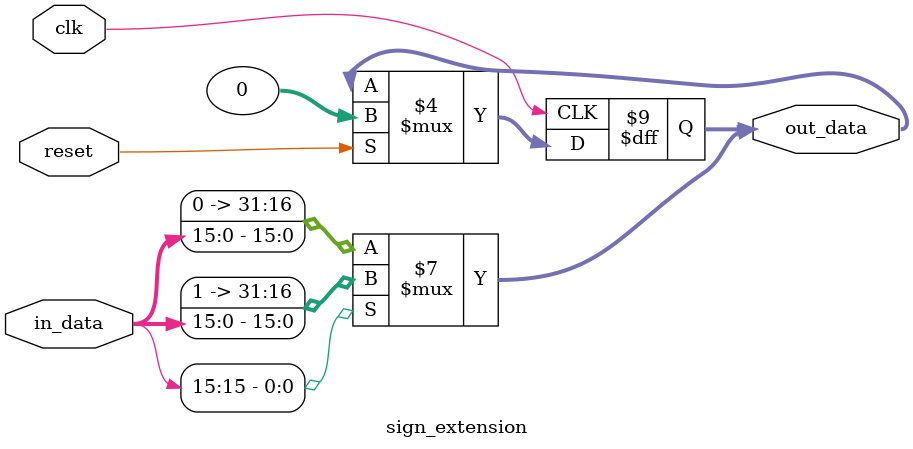
<source format=sv>
module sign_extension (
    input logic [15:0] in_data,
    input logic clk,
    input logic reset,
    output logic [31:0] out_data
);

always @(*) begin
    if (in_data[15] == 1'b1) begin
        out_data = {16'b1111111111111111, in_data}; // Sign extend
    end else begin
        out_data = {16'b0000000000000000, in_data}; // Zero extend
    end
end

always @(posedge clk) begin
    if (reset) begin
        out_data <= 32'b0; // Initialize to zero on reset
    end
end

endmodule
</source>
